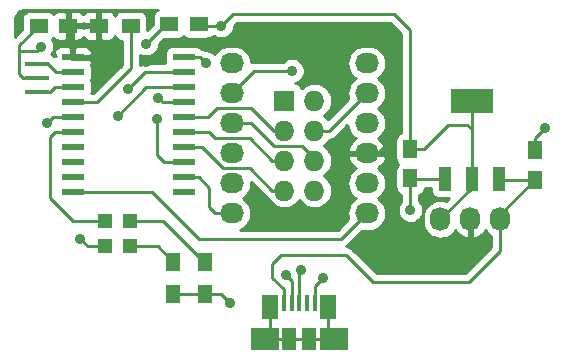
<source format=gtl>
G04 #@! TF.FileFunction,Copper,L1,Top,Signal*
%FSLAX46Y46*%
G04 Gerber Fmt 4.6, Leading zero omitted, Abs format (unit mm)*
G04 Created by KiCad (PCBNEW (2015-04-22 BZR 5620)-product) date 28/04/2015 22:04:39*
%MOMM*%
G01*
G04 APERTURE LIST*
%ADD10C,0.100000*%
%ADD11O,2.032000X1.727200*%
%ADD12R,1.250000X1.500000*%
%ADD13R,1.500000X1.250000*%
%ADD14R,1.198880X1.198880*%
%ADD15O,1.727200X2.032000*%
%ADD16R,1.500000X1.300000*%
%ADD17R,1.300000X1.500000*%
%ADD18R,3.657600X2.032000*%
%ADD19R,1.016000X2.032000*%
%ADD20R,1.950000X0.600000*%
%ADD21R,2.100000X0.400000*%
%ADD22R,1.727200X1.727200*%
%ADD23O,1.727200X1.727200*%
%ADD24R,1.175000X1.900000*%
%ADD25R,2.375000X1.900000*%
%ADD26R,1.475000X2.100000*%
%ADD27R,0.400000X1.380000*%
%ADD28C,0.889000*%
%ADD29C,0.254000*%
G04 APERTURE END LIST*
D10*
D11*
X202565000Y-103632000D03*
X202565000Y-106172000D03*
X202565000Y-108712000D03*
X202565000Y-111252000D03*
X202565000Y-113792000D03*
X202565000Y-116332000D03*
X213995000Y-103632000D03*
X213995000Y-106172000D03*
X213995000Y-108712000D03*
X213995000Y-111252000D03*
X213995000Y-113792000D03*
X213995000Y-116332000D03*
D12*
X228219000Y-113518000D03*
X228219000Y-111018000D03*
X217678000Y-110891000D03*
X217678000Y-113391000D03*
D13*
X186202000Y-100457000D03*
X188702000Y-100457000D03*
X199751000Y-100330000D03*
X197251000Y-100330000D03*
D14*
X191863980Y-119126000D03*
X193962020Y-119126000D03*
X191863980Y-116967000D03*
X193962020Y-116967000D03*
D15*
X225298000Y-116840000D03*
X222758000Y-116840000D03*
X220218000Y-116840000D03*
D16*
X191309000Y-100457000D03*
X194009000Y-100457000D03*
D17*
X197612000Y-120443000D03*
X197612000Y-123143000D03*
X200279000Y-120443000D03*
X200279000Y-123143000D03*
D18*
X222885000Y-106807000D03*
D19*
X222885000Y-113411000D03*
X225171000Y-113411000D03*
X220599000Y-113411000D03*
D20*
X198501000Y-103124000D03*
X198501000Y-104394000D03*
X198501000Y-105664000D03*
X198501000Y-106934000D03*
X198501000Y-108204000D03*
X198501000Y-109474000D03*
X198501000Y-110744000D03*
X198501000Y-112014000D03*
X198502000Y-113284000D03*
X198502000Y-114554000D03*
X189102000Y-114554000D03*
X189102000Y-113284000D03*
X189102000Y-112014000D03*
X189102000Y-110744000D03*
X189102000Y-109474000D03*
X189102000Y-108204000D03*
X189102000Y-106934000D03*
X189102000Y-105664000D03*
X189102000Y-104394000D03*
X189102000Y-103124000D03*
D21*
X186055000Y-106102000D03*
X186055000Y-104902000D03*
X186055000Y-103702000D03*
D22*
X207010000Y-106807000D03*
D23*
X209550000Y-106807000D03*
X207010000Y-109347000D03*
X209550000Y-109347000D03*
X207010000Y-111887000D03*
X209550000Y-111887000D03*
X207010000Y-114427000D03*
X209550000Y-114427000D03*
D24*
X207442500Y-127000000D03*
X209117500Y-127000000D03*
D25*
X211192500Y-127000000D03*
X205367500Y-127000000D03*
D26*
X205817500Y-124275000D03*
D27*
X206980000Y-123960000D03*
X207630000Y-123960000D03*
X208280000Y-123960000D03*
X208930000Y-123960000D03*
X209580000Y-123960000D03*
D26*
X210742500Y-124275000D03*
D28*
X195326000Y-101981000D03*
X217678000Y-116078000D03*
X229108000Y-109093000D03*
X202438000Y-123952000D03*
X210312000Y-121793000D03*
X186436000Y-102235000D03*
X200342500Y-103632000D03*
X192913000Y-103505000D03*
X195326000Y-103505000D03*
X201676000Y-100457000D03*
X196342000Y-106553000D03*
X189738000Y-118491000D03*
X186944000Y-108712000D03*
X207645000Y-104267000D03*
X196215000Y-108331000D03*
X193802000Y-105791000D03*
X208407000Y-121158000D03*
X192913000Y-108077000D03*
X207137000Y-121539000D03*
D29*
X197251000Y-100330000D02*
X196977000Y-100330000D01*
X196977000Y-100330000D02*
X195326000Y-101981000D01*
X220599000Y-113411000D02*
X217698000Y-113411000D01*
X217698000Y-113411000D02*
X217678000Y-113431000D01*
X217678000Y-113431000D02*
X217678000Y-116078000D01*
X228219000Y-111018000D02*
X228219000Y-109982000D01*
X228219000Y-109982000D02*
X229108000Y-109093000D01*
X197612000Y-123143000D02*
X200279000Y-123143000D01*
X200279000Y-123143000D02*
X201629000Y-123143000D01*
X201629000Y-123143000D02*
X202438000Y-123952000D01*
X209580000Y-123960000D02*
X209580000Y-122525000D01*
X209580000Y-122525000D02*
X210312000Y-121793000D01*
X184531000Y-102616000D02*
X186055000Y-102616000D01*
X186055000Y-102616000D02*
X186436000Y-102235000D01*
X186055000Y-104902000D02*
X184912000Y-104902000D01*
X184531000Y-102128000D02*
X186202000Y-100457000D01*
X184531000Y-104521000D02*
X184531000Y-102616000D01*
X184531000Y-102616000D02*
X184531000Y-102128000D01*
X184912000Y-104902000D02*
X184531000Y-104521000D01*
X186202000Y-100457000D02*
X186202000Y-100691000D01*
X199834500Y-103124000D02*
X200342500Y-103632000D01*
X198501000Y-103124000D02*
X199834500Y-103124000D01*
X188702000Y-100457000D02*
X191309000Y-100457000D01*
X188702000Y-100457000D02*
X189102000Y-100857000D01*
X189102000Y-100857000D02*
X189102000Y-103124000D01*
X191309000Y-101901000D02*
X191309000Y-100457000D01*
X192913000Y-103505000D02*
X191309000Y-101901000D01*
X196723000Y-102108000D02*
X195326000Y-103505000D01*
X199898000Y-102108000D02*
X196723000Y-102108000D01*
X200533000Y-101473000D02*
X199898000Y-102108000D01*
X215138000Y-101473000D02*
X200533000Y-101473000D01*
X215646000Y-101981000D02*
X215138000Y-101473000D01*
X215646000Y-110553500D02*
X215646000Y-101981000D01*
X214947500Y-111252000D02*
X215646000Y-110553500D01*
X213995000Y-111252000D02*
X214947500Y-111252000D01*
X206980000Y-123960000D02*
X206980000Y-122779000D01*
X225298000Y-119507000D02*
X225298000Y-116840000D01*
X222631000Y-122174000D02*
X225298000Y-119507000D01*
X214503000Y-122174000D02*
X222631000Y-122174000D01*
X212217000Y-119888000D02*
X214503000Y-122174000D01*
X206756000Y-119888000D02*
X212217000Y-119888000D01*
X205994000Y-120650000D02*
X206756000Y-119888000D01*
X205994000Y-121793000D02*
X205994000Y-120650000D01*
X206980000Y-122779000D02*
X205994000Y-121793000D01*
X228219000Y-113518000D02*
X225278000Y-113518000D01*
X225278000Y-113518000D02*
X225171000Y-113411000D01*
X225298000Y-116439000D02*
X228219000Y-113518000D01*
X201676000Y-100457000D02*
X202692000Y-99441000D01*
X217678000Y-100838000D02*
X217678000Y-102489000D01*
X216281000Y-99441000D02*
X217678000Y-100838000D01*
X202692000Y-99441000D02*
X216281000Y-99441000D01*
X199878000Y-100457000D02*
X199751000Y-100330000D01*
X198501000Y-106934000D02*
X196723000Y-106934000D01*
X217678000Y-102489000D02*
X217678000Y-110891000D01*
X196723000Y-106934000D02*
X196342000Y-106553000D01*
X222885000Y-113411000D02*
X222885000Y-114173000D01*
X222885000Y-114173000D02*
X220218000Y-116840000D01*
X217678000Y-110891000D02*
X218801000Y-110891000D01*
X222885000Y-109220000D02*
X222885000Y-113411000D01*
X222504000Y-108839000D02*
X222885000Y-109220000D01*
X220853000Y-108839000D02*
X222504000Y-108839000D01*
X218801000Y-110891000D02*
X220853000Y-108839000D01*
X222885000Y-106807000D02*
X222885000Y-109220000D01*
X201676000Y-100457000D02*
X199878000Y-100457000D01*
X191863980Y-119126000D02*
X190373000Y-119126000D01*
X190373000Y-119126000D02*
X189738000Y-118491000D01*
X187452000Y-108204000D02*
X189102000Y-108204000D01*
X186944000Y-108712000D02*
X187452000Y-108204000D01*
X197612000Y-120443000D02*
X196295000Y-119126000D01*
X196295000Y-119126000D02*
X193962020Y-119126000D01*
X191863980Y-116967000D02*
X189103000Y-116967000D01*
X187579000Y-109474000D02*
X189102000Y-109474000D01*
X187198000Y-109855000D02*
X187579000Y-109474000D01*
X187198000Y-115062000D02*
X187198000Y-109855000D01*
X189103000Y-116967000D02*
X187198000Y-115062000D01*
X200279000Y-120443000D02*
X200199000Y-120443000D01*
X200199000Y-120443000D02*
X196723000Y-116967000D01*
X196723000Y-116967000D02*
X193962020Y-116967000D01*
X207645000Y-104267000D02*
X205994000Y-104267000D01*
X205994000Y-104267000D02*
X204470000Y-104267000D01*
X204470000Y-104267000D02*
X202565000Y-106172000D01*
X209550000Y-111887000D02*
X209550000Y-111633000D01*
X209550000Y-111633000D02*
X208534000Y-110617000D01*
X208534000Y-110617000D02*
X206121000Y-110617000D01*
X206121000Y-110617000D02*
X204216000Y-108712000D01*
X204216000Y-108712000D02*
X202565000Y-108712000D01*
X198502000Y-113284000D02*
X199771000Y-113284000D01*
X201168000Y-116332000D02*
X202565000Y-116332000D01*
X200660000Y-115824000D02*
X201168000Y-116332000D01*
X200660000Y-114173000D02*
X200660000Y-115824000D01*
X199771000Y-113284000D02*
X200660000Y-114173000D01*
X209550000Y-109347000D02*
X210820000Y-109347000D01*
X210820000Y-109347000D02*
X213995000Y-106172000D01*
X189102000Y-114554000D02*
X195834000Y-114554000D01*
X211836000Y-118491000D02*
X213995000Y-116332000D01*
X199771000Y-118491000D02*
X211836000Y-118491000D01*
X195834000Y-114554000D02*
X199771000Y-118491000D01*
X198501000Y-112014000D02*
X196850000Y-112014000D01*
X196215000Y-111379000D02*
X196215000Y-108331000D01*
X196850000Y-112014000D02*
X196215000Y-111379000D01*
X207010000Y-109347000D02*
X206121000Y-109347000D01*
X200533000Y-108204000D02*
X198501000Y-108204000D01*
X201295000Y-107442000D02*
X200533000Y-108204000D01*
X204216000Y-107442000D02*
X201295000Y-107442000D01*
X206121000Y-109347000D02*
X204216000Y-107442000D01*
X207010000Y-111887000D02*
X205994000Y-111887000D01*
X200660000Y-109474000D02*
X198501000Y-109474000D01*
X201168000Y-109982000D02*
X200660000Y-109474000D01*
X204089000Y-109982000D02*
X201168000Y-109982000D01*
X205994000Y-111887000D02*
X204089000Y-109982000D01*
X207010000Y-114427000D02*
X205994000Y-114427000D01*
X200025000Y-110744000D02*
X198501000Y-110744000D01*
X201803000Y-112522000D02*
X200025000Y-110744000D01*
X204089000Y-112522000D02*
X201803000Y-112522000D01*
X205994000Y-114427000D02*
X204089000Y-112522000D01*
X194009000Y-100457000D02*
X194009000Y-104060000D01*
X191135000Y-106934000D02*
X189102000Y-106934000D01*
X194009000Y-104060000D02*
X191135000Y-106934000D01*
X208280000Y-123960000D02*
X208280000Y-121285000D01*
X195199000Y-104394000D02*
X198501000Y-104394000D01*
X193802000Y-105791000D02*
X195199000Y-104394000D01*
X208280000Y-121285000D02*
X208407000Y-121158000D01*
X207630000Y-123960000D02*
X207630000Y-122032000D01*
X195326000Y-105664000D02*
X198501000Y-105664000D01*
X192913000Y-108077000D02*
X195326000Y-105664000D01*
X207630000Y-122032000D02*
X207137000Y-121539000D01*
X186055000Y-106102000D02*
X187141000Y-106102000D01*
X187579000Y-105664000D02*
X189102000Y-105664000D01*
X187141000Y-106102000D02*
X187579000Y-105664000D01*
X186055000Y-103702000D02*
X187014000Y-103702000D01*
X187014000Y-103702000D02*
X187706000Y-104394000D01*
X187706000Y-104394000D02*
X189102000Y-104394000D01*
X207442500Y-127000000D02*
X205367500Y-127000000D01*
X209117500Y-127000000D02*
X207442500Y-127000000D01*
X205817500Y-124275000D02*
X205817500Y-126550000D01*
X205817500Y-126550000D02*
X206267500Y-127000000D01*
X209117500Y-127000000D02*
X211192500Y-127000000D01*
X211192500Y-127000000D02*
X210742500Y-126550000D01*
X210742500Y-126550000D02*
X210742500Y-124275000D01*
G36*
X196286995Y-99110000D02*
X196226959Y-99128773D01*
X196077566Y-99227674D01*
X195961558Y-99364208D01*
X195888081Y-99527611D01*
X195862928Y-99705000D01*
X195862928Y-100366441D01*
X195397072Y-100832297D01*
X195397072Y-99807000D01*
X195388697Y-99703957D01*
X195335227Y-99532959D01*
X195236326Y-99383566D01*
X195099792Y-99267558D01*
X194936389Y-99194081D01*
X194759000Y-99168928D01*
X193259000Y-99168928D01*
X193155957Y-99177303D01*
X192984959Y-99230773D01*
X192835566Y-99329674D01*
X192719558Y-99466208D01*
X192660010Y-99598633D01*
X192621730Y-99506215D01*
X192552237Y-99402211D01*
X192463789Y-99313763D01*
X192359785Y-99244270D01*
X192244223Y-99196403D01*
X192121542Y-99172000D01*
X191594750Y-99172000D01*
X191436000Y-99330750D01*
X191436000Y-100330000D01*
X191456000Y-100330000D01*
X191456000Y-100584000D01*
X191436000Y-100584000D01*
X191436000Y-101583250D01*
X191594750Y-101742000D01*
X192121542Y-101742000D01*
X192244223Y-101717597D01*
X192359785Y-101669730D01*
X192463789Y-101600237D01*
X192552237Y-101511789D01*
X192621730Y-101407785D01*
X192661279Y-101312303D01*
X192682773Y-101381041D01*
X192781674Y-101530434D01*
X192918208Y-101646442D01*
X193081611Y-101719919D01*
X193247000Y-101743370D01*
X193247000Y-103744369D01*
X191182000Y-105809369D01*
X191182000Y-101583250D01*
X191182000Y-100584000D01*
X191182000Y-100330000D01*
X191182000Y-99330750D01*
X191023250Y-99172000D01*
X190496458Y-99172000D01*
X190373777Y-99196403D01*
X190258215Y-99244270D01*
X190154211Y-99313763D01*
X190065763Y-99402211D01*
X189997147Y-99504901D01*
X189945237Y-99427211D01*
X189856789Y-99338763D01*
X189752785Y-99269270D01*
X189637223Y-99221403D01*
X189514542Y-99197000D01*
X188987750Y-99197000D01*
X188829000Y-99355750D01*
X188829000Y-100330000D01*
X189928250Y-100330000D01*
X190005500Y-100252750D01*
X190082750Y-100330000D01*
X191182000Y-100330000D01*
X191182000Y-100584000D01*
X190082750Y-100584000D01*
X190005500Y-100661250D01*
X189928250Y-100584000D01*
X188829000Y-100584000D01*
X188829000Y-101558250D01*
X188987750Y-101717000D01*
X189514542Y-101717000D01*
X189637223Y-101692597D01*
X189752785Y-101644730D01*
X189856789Y-101575237D01*
X189945237Y-101486789D01*
X189997147Y-101409098D01*
X190065763Y-101511789D01*
X190154211Y-101600237D01*
X190258215Y-101669730D01*
X190373777Y-101717597D01*
X190496458Y-101742000D01*
X191023250Y-101742000D01*
X191182000Y-101583250D01*
X191182000Y-105809369D01*
X190819369Y-106172000D01*
X190676154Y-106172000D01*
X190689919Y-106141389D01*
X190715072Y-105964000D01*
X190715072Y-105364000D01*
X190706697Y-105260957D01*
X190653227Y-105089959D01*
X190616548Y-105034555D01*
X190689919Y-104871389D01*
X190715072Y-104694000D01*
X190715072Y-104094000D01*
X190706697Y-103990957D01*
X190653227Y-103819959D01*
X190614860Y-103762005D01*
X190639730Y-103724785D01*
X190687597Y-103609223D01*
X190712000Y-103486542D01*
X190712000Y-103409750D01*
X190712000Y-102838250D01*
X190712000Y-102761458D01*
X190687597Y-102638777D01*
X190639730Y-102523215D01*
X190570237Y-102419211D01*
X190481789Y-102330763D01*
X190377785Y-102261270D01*
X190262223Y-102213403D01*
X190139542Y-102189000D01*
X190014458Y-102189000D01*
X189387750Y-102189000D01*
X189229000Y-102347750D01*
X189229000Y-102997000D01*
X190553250Y-102997000D01*
X190712000Y-102838250D01*
X190712000Y-103409750D01*
X190553250Y-103251000D01*
X189229000Y-103251000D01*
X189229000Y-103271000D01*
X188975000Y-103271000D01*
X188975000Y-103251000D01*
X188955000Y-103251000D01*
X188955000Y-102997000D01*
X188975000Y-102997000D01*
X188975000Y-102347750D01*
X188816250Y-102189000D01*
X188189542Y-102189000D01*
X188064458Y-102189000D01*
X187941777Y-102213403D01*
X187826215Y-102261270D01*
X187722211Y-102330763D01*
X187633763Y-102419211D01*
X187564270Y-102523215D01*
X187516403Y-102638777D01*
X187492000Y-102761458D01*
X187492000Y-102838250D01*
X187650748Y-102996998D01*
X187492000Y-102996998D01*
X187492000Y-103001819D01*
X187445792Y-102962558D01*
X187292506Y-102893630D01*
X187379161Y-102770790D01*
X187465268Y-102577392D01*
X187512170Y-102370952D01*
X187515546Y-102129150D01*
X187474426Y-101921481D01*
X187393754Y-101725753D01*
X187311361Y-101601743D01*
X187375434Y-101559326D01*
X187449211Y-101472494D01*
X187458763Y-101486789D01*
X187547211Y-101575237D01*
X187651215Y-101644730D01*
X187766777Y-101692597D01*
X187889458Y-101717000D01*
X188416250Y-101717000D01*
X188575000Y-101558250D01*
X188575000Y-100584000D01*
X188555000Y-100584000D01*
X188555000Y-100330000D01*
X188575000Y-100330000D01*
X188575000Y-99355750D01*
X188416250Y-99197000D01*
X187889458Y-99197000D01*
X187766777Y-99221403D01*
X187651215Y-99269270D01*
X187547211Y-99338763D01*
X187458763Y-99427211D01*
X187450176Y-99440061D01*
X187429326Y-99408566D01*
X187292792Y-99292558D01*
X187129389Y-99219081D01*
X186952000Y-99193928D01*
X185452000Y-99193928D01*
X185348957Y-99202303D01*
X185177959Y-99255773D01*
X185028566Y-99354674D01*
X184912558Y-99491208D01*
X184839081Y-99654611D01*
X184813928Y-99832000D01*
X184813928Y-100767442D01*
X184200000Y-101381370D01*
X184200000Y-99958503D01*
X184218743Y-99767336D01*
X184264532Y-99615678D01*
X184338904Y-99475804D01*
X184439030Y-99353038D01*
X184561093Y-99252059D01*
X184700449Y-99176709D01*
X184851780Y-99129864D01*
X185040782Y-99110000D01*
X196286995Y-99110000D01*
X196286995Y-99110000D01*
G37*
X196286995Y-99110000D02*
X196226959Y-99128773D01*
X196077566Y-99227674D01*
X195961558Y-99364208D01*
X195888081Y-99527611D01*
X195862928Y-99705000D01*
X195862928Y-100366441D01*
X195397072Y-100832297D01*
X195397072Y-99807000D01*
X195388697Y-99703957D01*
X195335227Y-99532959D01*
X195236326Y-99383566D01*
X195099792Y-99267558D01*
X194936389Y-99194081D01*
X194759000Y-99168928D01*
X193259000Y-99168928D01*
X193155957Y-99177303D01*
X192984959Y-99230773D01*
X192835566Y-99329674D01*
X192719558Y-99466208D01*
X192660010Y-99598633D01*
X192621730Y-99506215D01*
X192552237Y-99402211D01*
X192463789Y-99313763D01*
X192359785Y-99244270D01*
X192244223Y-99196403D01*
X192121542Y-99172000D01*
X191594750Y-99172000D01*
X191436000Y-99330750D01*
X191436000Y-100330000D01*
X191456000Y-100330000D01*
X191456000Y-100584000D01*
X191436000Y-100584000D01*
X191436000Y-101583250D01*
X191594750Y-101742000D01*
X192121542Y-101742000D01*
X192244223Y-101717597D01*
X192359785Y-101669730D01*
X192463789Y-101600237D01*
X192552237Y-101511789D01*
X192621730Y-101407785D01*
X192661279Y-101312303D01*
X192682773Y-101381041D01*
X192781674Y-101530434D01*
X192918208Y-101646442D01*
X193081611Y-101719919D01*
X193247000Y-101743370D01*
X193247000Y-103744369D01*
X191182000Y-105809369D01*
X191182000Y-101583250D01*
X191182000Y-100584000D01*
X191182000Y-100330000D01*
X191182000Y-99330750D01*
X191023250Y-99172000D01*
X190496458Y-99172000D01*
X190373777Y-99196403D01*
X190258215Y-99244270D01*
X190154211Y-99313763D01*
X190065763Y-99402211D01*
X189997147Y-99504901D01*
X189945237Y-99427211D01*
X189856789Y-99338763D01*
X189752785Y-99269270D01*
X189637223Y-99221403D01*
X189514542Y-99197000D01*
X188987750Y-99197000D01*
X188829000Y-99355750D01*
X188829000Y-100330000D01*
X189928250Y-100330000D01*
X190005500Y-100252750D01*
X190082750Y-100330000D01*
X191182000Y-100330000D01*
X191182000Y-100584000D01*
X190082750Y-100584000D01*
X190005500Y-100661250D01*
X189928250Y-100584000D01*
X188829000Y-100584000D01*
X188829000Y-101558250D01*
X188987750Y-101717000D01*
X189514542Y-101717000D01*
X189637223Y-101692597D01*
X189752785Y-101644730D01*
X189856789Y-101575237D01*
X189945237Y-101486789D01*
X189997147Y-101409098D01*
X190065763Y-101511789D01*
X190154211Y-101600237D01*
X190258215Y-101669730D01*
X190373777Y-101717597D01*
X190496458Y-101742000D01*
X191023250Y-101742000D01*
X191182000Y-101583250D01*
X191182000Y-105809369D01*
X190819369Y-106172000D01*
X190676154Y-106172000D01*
X190689919Y-106141389D01*
X190715072Y-105964000D01*
X190715072Y-105364000D01*
X190706697Y-105260957D01*
X190653227Y-105089959D01*
X190616548Y-105034555D01*
X190689919Y-104871389D01*
X190715072Y-104694000D01*
X190715072Y-104094000D01*
X190706697Y-103990957D01*
X190653227Y-103819959D01*
X190614860Y-103762005D01*
X190639730Y-103724785D01*
X190687597Y-103609223D01*
X190712000Y-103486542D01*
X190712000Y-103409750D01*
X190712000Y-102838250D01*
X190712000Y-102761458D01*
X190687597Y-102638777D01*
X190639730Y-102523215D01*
X190570237Y-102419211D01*
X190481789Y-102330763D01*
X190377785Y-102261270D01*
X190262223Y-102213403D01*
X190139542Y-102189000D01*
X190014458Y-102189000D01*
X189387750Y-102189000D01*
X189229000Y-102347750D01*
X189229000Y-102997000D01*
X190553250Y-102997000D01*
X190712000Y-102838250D01*
X190712000Y-103409750D01*
X190553250Y-103251000D01*
X189229000Y-103251000D01*
X189229000Y-103271000D01*
X188975000Y-103271000D01*
X188975000Y-103251000D01*
X188955000Y-103251000D01*
X188955000Y-102997000D01*
X188975000Y-102997000D01*
X188975000Y-102347750D01*
X188816250Y-102189000D01*
X188189542Y-102189000D01*
X188064458Y-102189000D01*
X187941777Y-102213403D01*
X187826215Y-102261270D01*
X187722211Y-102330763D01*
X187633763Y-102419211D01*
X187564270Y-102523215D01*
X187516403Y-102638777D01*
X187492000Y-102761458D01*
X187492000Y-102838250D01*
X187650748Y-102996998D01*
X187492000Y-102996998D01*
X187492000Y-103001819D01*
X187445792Y-102962558D01*
X187292506Y-102893630D01*
X187379161Y-102770790D01*
X187465268Y-102577392D01*
X187512170Y-102370952D01*
X187515546Y-102129150D01*
X187474426Y-101921481D01*
X187393754Y-101725753D01*
X187311361Y-101601743D01*
X187375434Y-101559326D01*
X187449211Y-101472494D01*
X187458763Y-101486789D01*
X187547211Y-101575237D01*
X187651215Y-101644730D01*
X187766777Y-101692597D01*
X187889458Y-101717000D01*
X188416250Y-101717000D01*
X188575000Y-101558250D01*
X188575000Y-100584000D01*
X188555000Y-100584000D01*
X188555000Y-100330000D01*
X188575000Y-100330000D01*
X188575000Y-99355750D01*
X188416250Y-99197000D01*
X187889458Y-99197000D01*
X187766777Y-99221403D01*
X187651215Y-99269270D01*
X187547211Y-99338763D01*
X187458763Y-99427211D01*
X187450176Y-99440061D01*
X187429326Y-99408566D01*
X187292792Y-99292558D01*
X187129389Y-99219081D01*
X186952000Y-99193928D01*
X185452000Y-99193928D01*
X185348957Y-99202303D01*
X185177959Y-99255773D01*
X185028566Y-99354674D01*
X184912558Y-99491208D01*
X184839081Y-99654611D01*
X184813928Y-99832000D01*
X184813928Y-100767442D01*
X184200000Y-101381370D01*
X184200000Y-99958503D01*
X184218743Y-99767336D01*
X184264532Y-99615678D01*
X184338904Y-99475804D01*
X184439030Y-99353038D01*
X184561093Y-99252059D01*
X184700449Y-99176709D01*
X184851780Y-99129864D01*
X185040782Y-99110000D01*
X196286995Y-99110000D01*
G36*
X224536000Y-119191369D02*
X222315369Y-121412000D01*
X214818630Y-121412000D01*
X212755815Y-119349185D01*
X212701400Y-119304487D01*
X212647505Y-119259264D01*
X212643997Y-119257335D01*
X212640897Y-119254789D01*
X212578831Y-119221510D01*
X212517184Y-119187619D01*
X212513363Y-119186407D01*
X212509833Y-119184514D01*
X212442535Y-119163939D01*
X212375429Y-119142652D01*
X212371445Y-119142205D01*
X212367615Y-119141034D01*
X212297627Y-119133924D01*
X212252519Y-119128864D01*
X212254144Y-119127568D01*
X212257684Y-119125686D01*
X212312230Y-119081199D01*
X212367240Y-119037286D01*
X212372814Y-119031787D01*
X212372931Y-119031693D01*
X212373020Y-119031585D01*
X212374815Y-119029815D01*
X213598332Y-117806297D01*
X213813688Y-117830454D01*
X213834612Y-117830600D01*
X214155388Y-117830600D01*
X214446468Y-117802059D01*
X214726460Y-117717525D01*
X214984701Y-117580216D01*
X215211353Y-117395363D01*
X215397784Y-117170006D01*
X215536892Y-116912731D01*
X215623379Y-116633335D01*
X215653951Y-116342462D01*
X215627444Y-116051190D01*
X215544866Y-115770615D01*
X215409363Y-115511422D01*
X215226097Y-115283485D01*
X215002048Y-115095485D01*
X214942413Y-115062700D01*
X214984701Y-115040216D01*
X215211353Y-114855363D01*
X215397784Y-114630006D01*
X215536892Y-114372731D01*
X215623379Y-114093335D01*
X215653951Y-113802462D01*
X215627444Y-113511190D01*
X215544866Y-113230615D01*
X215409363Y-112971422D01*
X215226097Y-112743485D01*
X215002048Y-112555485D01*
X214940127Y-112521444D01*
X215146729Y-112370486D01*
X215345733Y-112154035D01*
X215498686Y-111902919D01*
X215599709Y-111626789D01*
X215602358Y-111611026D01*
X215481217Y-111379000D01*
X214122000Y-111379000D01*
X214122000Y-111399000D01*
X213868000Y-111399000D01*
X213868000Y-111379000D01*
X212508783Y-111379000D01*
X212387642Y-111611026D01*
X212390291Y-111626789D01*
X212491314Y-111902919D01*
X212644267Y-112154035D01*
X212843271Y-112370486D01*
X213048794Y-112520656D01*
X213005299Y-112543784D01*
X212778647Y-112728637D01*
X212592216Y-112953994D01*
X212453108Y-113211269D01*
X212366621Y-113490665D01*
X212336049Y-113781538D01*
X212362556Y-114072810D01*
X212445134Y-114353385D01*
X212580637Y-114612578D01*
X212763903Y-114840515D01*
X212987952Y-115028515D01*
X213047586Y-115061299D01*
X213005299Y-115083784D01*
X212778647Y-115268637D01*
X212592216Y-115493994D01*
X212453108Y-115751269D01*
X212366621Y-116030665D01*
X212336049Y-116321538D01*
X212362556Y-116612810D01*
X212424862Y-116824507D01*
X211520370Y-117729000D01*
X203258452Y-117729000D01*
X203296460Y-117717525D01*
X203554701Y-117580216D01*
X203781353Y-117395363D01*
X203967784Y-117170006D01*
X204106892Y-116912731D01*
X204193379Y-116633335D01*
X204223951Y-116342462D01*
X204197444Y-116051190D01*
X204114866Y-115770615D01*
X203979363Y-115511422D01*
X203796097Y-115283485D01*
X203572048Y-115095485D01*
X203512413Y-115062700D01*
X203554701Y-115040216D01*
X203781353Y-114855363D01*
X203967784Y-114630006D01*
X204106892Y-114372731D01*
X204193379Y-114093335D01*
X204223951Y-113802462D01*
X204217155Y-113727785D01*
X205455185Y-114965815D01*
X205509599Y-115010512D01*
X205563495Y-115055736D01*
X205567002Y-115057664D01*
X205570103Y-115060211D01*
X205632203Y-115093509D01*
X205682758Y-115121302D01*
X205748774Y-115247578D01*
X205932040Y-115475515D01*
X206156089Y-115663515D01*
X206412388Y-115804416D01*
X206691173Y-115892852D01*
X206981825Y-115925454D01*
X207002749Y-115925600D01*
X207017251Y-115925600D01*
X207308331Y-115897059D01*
X207588323Y-115812525D01*
X207846564Y-115675216D01*
X208073216Y-115490363D01*
X208259647Y-115265006D01*
X208279088Y-115229050D01*
X208288774Y-115247578D01*
X208472040Y-115475515D01*
X208696089Y-115663515D01*
X208952388Y-115804416D01*
X209231173Y-115892852D01*
X209521825Y-115925454D01*
X209542749Y-115925600D01*
X209557251Y-115925600D01*
X209848331Y-115897059D01*
X210128323Y-115812525D01*
X210386564Y-115675216D01*
X210613216Y-115490363D01*
X210799647Y-115265006D01*
X210938755Y-115007731D01*
X211025242Y-114728335D01*
X211055814Y-114437462D01*
X211029307Y-114146190D01*
X210946729Y-113865615D01*
X210811226Y-113606422D01*
X210627960Y-113378485D01*
X210403911Y-113190485D01*
X210344276Y-113157700D01*
X210386564Y-113135216D01*
X210613216Y-112950363D01*
X210799647Y-112725006D01*
X210938755Y-112467731D01*
X211025242Y-112188335D01*
X211055814Y-111897462D01*
X211029307Y-111606190D01*
X210946729Y-111325615D01*
X210811226Y-111066422D01*
X210627960Y-110838485D01*
X210403911Y-110650485D01*
X210344276Y-110617700D01*
X210386564Y-110595216D01*
X210613216Y-110410363D01*
X210799647Y-110185006D01*
X210841904Y-110106852D01*
X210890113Y-110102125D01*
X210960170Y-110095996D01*
X210964012Y-110094879D01*
X210968007Y-110094488D01*
X211035459Y-110074122D01*
X211102982Y-110054506D01*
X211106537Y-110052662D01*
X211110376Y-110051504D01*
X211172553Y-110018443D01*
X211235014Y-109986067D01*
X211238144Y-109983568D01*
X211241684Y-109981686D01*
X211296230Y-109937199D01*
X211351240Y-109893286D01*
X211356814Y-109887787D01*
X211356931Y-109887693D01*
X211357020Y-109887585D01*
X211358815Y-109885815D01*
X212353319Y-108891310D01*
X212362556Y-108992810D01*
X212445134Y-109273385D01*
X212580637Y-109532578D01*
X212763903Y-109760515D01*
X212987952Y-109948515D01*
X213049872Y-109982555D01*
X212843271Y-110133514D01*
X212644267Y-110349965D01*
X212491314Y-110601081D01*
X212390291Y-110877211D01*
X212387642Y-110892974D01*
X212508783Y-111125000D01*
X213868000Y-111125000D01*
X213868000Y-111105000D01*
X214122000Y-111105000D01*
X214122000Y-111125000D01*
X215481217Y-111125000D01*
X215602358Y-110892974D01*
X215599709Y-110877211D01*
X215498686Y-110601081D01*
X215345733Y-110349965D01*
X215146729Y-110133514D01*
X214941205Y-109983343D01*
X214984701Y-109960216D01*
X215211353Y-109775363D01*
X215397784Y-109550006D01*
X215536892Y-109292731D01*
X215623379Y-109013335D01*
X215653951Y-108722462D01*
X215627444Y-108431190D01*
X215544866Y-108150615D01*
X215409363Y-107891422D01*
X215226097Y-107663485D01*
X215002048Y-107475485D01*
X214942413Y-107442700D01*
X214984701Y-107420216D01*
X215211353Y-107235363D01*
X215397784Y-107010006D01*
X215536892Y-106752731D01*
X215623379Y-106473335D01*
X215653951Y-106182462D01*
X215627444Y-105891190D01*
X215544866Y-105610615D01*
X215409363Y-105351422D01*
X215226097Y-105123485D01*
X215002048Y-104935485D01*
X214942413Y-104902700D01*
X214984701Y-104880216D01*
X215211353Y-104695363D01*
X215397784Y-104470006D01*
X215536892Y-104212731D01*
X215623379Y-103933335D01*
X215653951Y-103642462D01*
X215627444Y-103351190D01*
X215544866Y-103070615D01*
X215409363Y-102811422D01*
X215226097Y-102583485D01*
X215002048Y-102395485D01*
X214745749Y-102254584D01*
X214466964Y-102166148D01*
X214176312Y-102133546D01*
X214155388Y-102133400D01*
X213834612Y-102133400D01*
X213543532Y-102161941D01*
X213263540Y-102246475D01*
X213005299Y-102383784D01*
X212778647Y-102568637D01*
X212592216Y-102793994D01*
X212453108Y-103051269D01*
X212366621Y-103330665D01*
X212336049Y-103621538D01*
X212362556Y-103912810D01*
X212445134Y-104193385D01*
X212580637Y-104452578D01*
X212763903Y-104680515D01*
X212987952Y-104868515D01*
X213047586Y-104901299D01*
X213005299Y-104923784D01*
X212778647Y-105108637D01*
X212592216Y-105333994D01*
X212453108Y-105591269D01*
X212366621Y-105870665D01*
X212336049Y-106161538D01*
X212362556Y-106452810D01*
X212424862Y-106664507D01*
X210700572Y-108388797D01*
X210627960Y-108298485D01*
X210403911Y-108110485D01*
X210344276Y-108077700D01*
X210386564Y-108055216D01*
X210613216Y-107870363D01*
X210799647Y-107645006D01*
X210938755Y-107387731D01*
X211025242Y-107108335D01*
X211055814Y-106817462D01*
X211029307Y-106526190D01*
X210946729Y-106245615D01*
X210811226Y-105986422D01*
X210627960Y-105758485D01*
X210403911Y-105570485D01*
X210147612Y-105429584D01*
X209868827Y-105341148D01*
X209578175Y-105308546D01*
X209557251Y-105308400D01*
X209542749Y-105308400D01*
X209251669Y-105336941D01*
X208971677Y-105421475D01*
X208713436Y-105558784D01*
X208486784Y-105743637D01*
X208476819Y-105755681D01*
X208449827Y-105669359D01*
X208350926Y-105519966D01*
X208214392Y-105403958D01*
X208050989Y-105330481D01*
X207928811Y-105313156D01*
X207936704Y-105311765D01*
X208134077Y-105235208D01*
X208312822Y-105121773D01*
X208466130Y-104975780D01*
X208588161Y-104802790D01*
X208674268Y-104609392D01*
X208721170Y-104402952D01*
X208724546Y-104161150D01*
X208683426Y-103953481D01*
X208602754Y-103757753D01*
X208485600Y-103581423D01*
X208336428Y-103431207D01*
X208160921Y-103312825D01*
X207965761Y-103230788D01*
X207758384Y-103188219D01*
X207546689Y-103186741D01*
X207338738Y-103226410D01*
X207142452Y-103305715D01*
X206965308Y-103421634D01*
X206880177Y-103505000D01*
X205994000Y-103505000D01*
X204470000Y-103505000D01*
X204399936Y-103511869D01*
X204329830Y-103518003D01*
X204325982Y-103519120D01*
X204321993Y-103519512D01*
X204254581Y-103539864D01*
X204215643Y-103551177D01*
X204197444Y-103351190D01*
X204114866Y-103070615D01*
X203979363Y-102811422D01*
X203796097Y-102583485D01*
X203572048Y-102395485D01*
X203315749Y-102254584D01*
X203036964Y-102166148D01*
X202746312Y-102133546D01*
X202725388Y-102133400D01*
X202404612Y-102133400D01*
X202113532Y-102161941D01*
X201833540Y-102246475D01*
X201575299Y-102383784D01*
X201348647Y-102568637D01*
X201162216Y-102793994D01*
X201116215Y-102879070D01*
X201033928Y-102796207D01*
X200858421Y-102677825D01*
X200663261Y-102595788D01*
X200455884Y-102553219D01*
X200333358Y-102552363D01*
X200318900Y-102540487D01*
X200265005Y-102495264D01*
X200261497Y-102493335D01*
X200258397Y-102490789D01*
X200196331Y-102457510D01*
X200134684Y-102423619D01*
X200130863Y-102422407D01*
X200127333Y-102420514D01*
X200060035Y-102399939D01*
X199992929Y-102378652D01*
X199988945Y-102378205D01*
X199985115Y-102377034D01*
X199917553Y-102370171D01*
X199816792Y-102284558D01*
X199653389Y-102211081D01*
X199476000Y-102185928D01*
X197526000Y-102185928D01*
X197422957Y-102194303D01*
X197251959Y-102247773D01*
X197102566Y-102346674D01*
X196986558Y-102483208D01*
X196913081Y-102646611D01*
X196887928Y-102824000D01*
X196887928Y-103424000D01*
X196896303Y-103527043D01*
X196929122Y-103632000D01*
X195199000Y-103632000D01*
X195128894Y-103638873D01*
X195058829Y-103645004D01*
X195054985Y-103646120D01*
X195050993Y-103646512D01*
X194983552Y-103666873D01*
X194916018Y-103686494D01*
X194912462Y-103688337D01*
X194908624Y-103689496D01*
X194846467Y-103722545D01*
X194783985Y-103754933D01*
X194780852Y-103757433D01*
X194777316Y-103759314D01*
X194771000Y-103764465D01*
X194771000Y-102909942D01*
X194796807Y-102927879D01*
X194990802Y-103012633D01*
X195197564Y-103058093D01*
X195409219Y-103062526D01*
X195617704Y-103025765D01*
X195815077Y-102949208D01*
X195993822Y-102835773D01*
X196147130Y-102689780D01*
X196269161Y-102516790D01*
X196355268Y-102323392D01*
X196402170Y-102116952D01*
X196404074Y-101980555D01*
X196791558Y-101593072D01*
X198001000Y-101593072D01*
X198104043Y-101584697D01*
X198275041Y-101531227D01*
X198424434Y-101432326D01*
X198500266Y-101343076D01*
X198523674Y-101378434D01*
X198660208Y-101494442D01*
X198823611Y-101567919D01*
X199001000Y-101593072D01*
X200501000Y-101593072D01*
X200604043Y-101584697D01*
X200775041Y-101531227D01*
X200924434Y-101432326D01*
X201022193Y-101317269D01*
X201146807Y-101403879D01*
X201340802Y-101488633D01*
X201547564Y-101534093D01*
X201759219Y-101538526D01*
X201967704Y-101501765D01*
X202165077Y-101425208D01*
X202343822Y-101311773D01*
X202497130Y-101165780D01*
X202619161Y-100992790D01*
X202705268Y-100799392D01*
X202752170Y-100592952D01*
X202754074Y-100456555D01*
X203007630Y-100203000D01*
X215965369Y-100203000D01*
X216916000Y-101153630D01*
X216916000Y-102489000D01*
X216916000Y-109521921D01*
X216778959Y-109564773D01*
X216629566Y-109663674D01*
X216513558Y-109800208D01*
X216440081Y-109963611D01*
X216414928Y-110141000D01*
X216414928Y-111641000D01*
X216423303Y-111744043D01*
X216476773Y-111915041D01*
X216575674Y-112064434D01*
X216664923Y-112140266D01*
X216629566Y-112163674D01*
X216513558Y-112300208D01*
X216440081Y-112463611D01*
X216414928Y-112641000D01*
X216414928Y-114141000D01*
X216423303Y-114244043D01*
X216476773Y-114415041D01*
X216575674Y-114564434D01*
X216712208Y-114680442D01*
X216875611Y-114753919D01*
X216916000Y-114759645D01*
X216916000Y-115313236D01*
X216847054Y-115380753D01*
X216727450Y-115555431D01*
X216644052Y-115750012D01*
X216600037Y-115957087D01*
X216597081Y-116168767D01*
X216635297Y-116376990D01*
X216713230Y-116573825D01*
X216827910Y-116751773D01*
X216974969Y-116904058D01*
X217148807Y-117024879D01*
X217342802Y-117109633D01*
X217549564Y-117155093D01*
X217761219Y-117159526D01*
X217969704Y-117122765D01*
X218167077Y-117046208D01*
X218345822Y-116932773D01*
X218499130Y-116786780D01*
X218621161Y-116613790D01*
X218707268Y-116420392D01*
X218754170Y-116213952D01*
X218757546Y-115972150D01*
X218716426Y-115764481D01*
X218635754Y-115568753D01*
X218518600Y-115392423D01*
X218440000Y-115313272D01*
X218440000Y-114760078D01*
X218577041Y-114717227D01*
X218726434Y-114618326D01*
X218842442Y-114481792D01*
X218915919Y-114318389D01*
X218936534Y-114173000D01*
X219452928Y-114173000D01*
X219452928Y-114427000D01*
X219461303Y-114530043D01*
X219514773Y-114701041D01*
X219613674Y-114850434D01*
X219750208Y-114966442D01*
X219913611Y-115039919D01*
X220091000Y-115065072D01*
X220915297Y-115065072D01*
X220709792Y-115270577D01*
X220519335Y-115211621D01*
X220228462Y-115181049D01*
X219937190Y-115207556D01*
X219656615Y-115290134D01*
X219397422Y-115425637D01*
X219169485Y-115608903D01*
X218981485Y-115832952D01*
X218840584Y-116089251D01*
X218752148Y-116368036D01*
X218719546Y-116658688D01*
X218719400Y-116679612D01*
X218719400Y-117000388D01*
X218747941Y-117291468D01*
X218832475Y-117571460D01*
X218969784Y-117829701D01*
X219154637Y-118056353D01*
X219379994Y-118242784D01*
X219637269Y-118381892D01*
X219916665Y-118468379D01*
X220207538Y-118498951D01*
X220498810Y-118472444D01*
X220779385Y-118389866D01*
X221038578Y-118254363D01*
X221266515Y-118071097D01*
X221454515Y-117847048D01*
X221488555Y-117785127D01*
X221639514Y-117991729D01*
X221855965Y-118190733D01*
X222107081Y-118343686D01*
X222383211Y-118444709D01*
X222398974Y-118447358D01*
X222631000Y-118326217D01*
X222631000Y-116967000D01*
X222611000Y-116967000D01*
X222611000Y-116713000D01*
X222631000Y-116713000D01*
X222631000Y-116693000D01*
X222885000Y-116693000D01*
X222885000Y-116713000D01*
X222905000Y-116713000D01*
X222905000Y-116967000D01*
X222885000Y-116967000D01*
X222885000Y-118326217D01*
X223117026Y-118447358D01*
X223132789Y-118444709D01*
X223408919Y-118343686D01*
X223660035Y-118190733D01*
X223876486Y-117991729D01*
X224026656Y-117786205D01*
X224049784Y-117829701D01*
X224234637Y-118056353D01*
X224459994Y-118242784D01*
X224536000Y-118283880D01*
X224536000Y-119191369D01*
X224536000Y-119191369D01*
G37*
X224536000Y-119191369D02*
X222315369Y-121412000D01*
X214818630Y-121412000D01*
X212755815Y-119349185D01*
X212701400Y-119304487D01*
X212647505Y-119259264D01*
X212643997Y-119257335D01*
X212640897Y-119254789D01*
X212578831Y-119221510D01*
X212517184Y-119187619D01*
X212513363Y-119186407D01*
X212509833Y-119184514D01*
X212442535Y-119163939D01*
X212375429Y-119142652D01*
X212371445Y-119142205D01*
X212367615Y-119141034D01*
X212297627Y-119133924D01*
X212252519Y-119128864D01*
X212254144Y-119127568D01*
X212257684Y-119125686D01*
X212312230Y-119081199D01*
X212367240Y-119037286D01*
X212372814Y-119031787D01*
X212372931Y-119031693D01*
X212373020Y-119031585D01*
X212374815Y-119029815D01*
X213598332Y-117806297D01*
X213813688Y-117830454D01*
X213834612Y-117830600D01*
X214155388Y-117830600D01*
X214446468Y-117802059D01*
X214726460Y-117717525D01*
X214984701Y-117580216D01*
X215211353Y-117395363D01*
X215397784Y-117170006D01*
X215536892Y-116912731D01*
X215623379Y-116633335D01*
X215653951Y-116342462D01*
X215627444Y-116051190D01*
X215544866Y-115770615D01*
X215409363Y-115511422D01*
X215226097Y-115283485D01*
X215002048Y-115095485D01*
X214942413Y-115062700D01*
X214984701Y-115040216D01*
X215211353Y-114855363D01*
X215397784Y-114630006D01*
X215536892Y-114372731D01*
X215623379Y-114093335D01*
X215653951Y-113802462D01*
X215627444Y-113511190D01*
X215544866Y-113230615D01*
X215409363Y-112971422D01*
X215226097Y-112743485D01*
X215002048Y-112555485D01*
X214940127Y-112521444D01*
X215146729Y-112370486D01*
X215345733Y-112154035D01*
X215498686Y-111902919D01*
X215599709Y-111626789D01*
X215602358Y-111611026D01*
X215481217Y-111379000D01*
X214122000Y-111379000D01*
X214122000Y-111399000D01*
X213868000Y-111399000D01*
X213868000Y-111379000D01*
X212508783Y-111379000D01*
X212387642Y-111611026D01*
X212390291Y-111626789D01*
X212491314Y-111902919D01*
X212644267Y-112154035D01*
X212843271Y-112370486D01*
X213048794Y-112520656D01*
X213005299Y-112543784D01*
X212778647Y-112728637D01*
X212592216Y-112953994D01*
X212453108Y-113211269D01*
X212366621Y-113490665D01*
X212336049Y-113781538D01*
X212362556Y-114072810D01*
X212445134Y-114353385D01*
X212580637Y-114612578D01*
X212763903Y-114840515D01*
X212987952Y-115028515D01*
X213047586Y-115061299D01*
X213005299Y-115083784D01*
X212778647Y-115268637D01*
X212592216Y-115493994D01*
X212453108Y-115751269D01*
X212366621Y-116030665D01*
X212336049Y-116321538D01*
X212362556Y-116612810D01*
X212424862Y-116824507D01*
X211520370Y-117729000D01*
X203258452Y-117729000D01*
X203296460Y-117717525D01*
X203554701Y-117580216D01*
X203781353Y-117395363D01*
X203967784Y-117170006D01*
X204106892Y-116912731D01*
X204193379Y-116633335D01*
X204223951Y-116342462D01*
X204197444Y-116051190D01*
X204114866Y-115770615D01*
X203979363Y-115511422D01*
X203796097Y-115283485D01*
X203572048Y-115095485D01*
X203512413Y-115062700D01*
X203554701Y-115040216D01*
X203781353Y-114855363D01*
X203967784Y-114630006D01*
X204106892Y-114372731D01*
X204193379Y-114093335D01*
X204223951Y-113802462D01*
X204217155Y-113727785D01*
X205455185Y-114965815D01*
X205509599Y-115010512D01*
X205563495Y-115055736D01*
X205567002Y-115057664D01*
X205570103Y-115060211D01*
X205632203Y-115093509D01*
X205682758Y-115121302D01*
X205748774Y-115247578D01*
X205932040Y-115475515D01*
X206156089Y-115663515D01*
X206412388Y-115804416D01*
X206691173Y-115892852D01*
X206981825Y-115925454D01*
X207002749Y-115925600D01*
X207017251Y-115925600D01*
X207308331Y-115897059D01*
X207588323Y-115812525D01*
X207846564Y-115675216D01*
X208073216Y-115490363D01*
X208259647Y-115265006D01*
X208279088Y-115229050D01*
X208288774Y-115247578D01*
X208472040Y-115475515D01*
X208696089Y-115663515D01*
X208952388Y-115804416D01*
X209231173Y-115892852D01*
X209521825Y-115925454D01*
X209542749Y-115925600D01*
X209557251Y-115925600D01*
X209848331Y-115897059D01*
X210128323Y-115812525D01*
X210386564Y-115675216D01*
X210613216Y-115490363D01*
X210799647Y-115265006D01*
X210938755Y-115007731D01*
X211025242Y-114728335D01*
X211055814Y-114437462D01*
X211029307Y-114146190D01*
X210946729Y-113865615D01*
X210811226Y-113606422D01*
X210627960Y-113378485D01*
X210403911Y-113190485D01*
X210344276Y-113157700D01*
X210386564Y-113135216D01*
X210613216Y-112950363D01*
X210799647Y-112725006D01*
X210938755Y-112467731D01*
X211025242Y-112188335D01*
X211055814Y-111897462D01*
X211029307Y-111606190D01*
X210946729Y-111325615D01*
X210811226Y-111066422D01*
X210627960Y-110838485D01*
X210403911Y-110650485D01*
X210344276Y-110617700D01*
X210386564Y-110595216D01*
X210613216Y-110410363D01*
X210799647Y-110185006D01*
X210841904Y-110106852D01*
X210890113Y-110102125D01*
X210960170Y-110095996D01*
X210964012Y-110094879D01*
X210968007Y-110094488D01*
X211035459Y-110074122D01*
X211102982Y-110054506D01*
X211106537Y-110052662D01*
X211110376Y-110051504D01*
X211172553Y-110018443D01*
X211235014Y-109986067D01*
X211238144Y-109983568D01*
X211241684Y-109981686D01*
X211296230Y-109937199D01*
X211351240Y-109893286D01*
X211356814Y-109887787D01*
X211356931Y-109887693D01*
X211357020Y-109887585D01*
X211358815Y-109885815D01*
X212353319Y-108891310D01*
X212362556Y-108992810D01*
X212445134Y-109273385D01*
X212580637Y-109532578D01*
X212763903Y-109760515D01*
X212987952Y-109948515D01*
X213049872Y-109982555D01*
X212843271Y-110133514D01*
X212644267Y-110349965D01*
X212491314Y-110601081D01*
X212390291Y-110877211D01*
X212387642Y-110892974D01*
X212508783Y-111125000D01*
X213868000Y-111125000D01*
X213868000Y-111105000D01*
X214122000Y-111105000D01*
X214122000Y-111125000D01*
X215481217Y-111125000D01*
X215602358Y-110892974D01*
X215599709Y-110877211D01*
X215498686Y-110601081D01*
X215345733Y-110349965D01*
X215146729Y-110133514D01*
X214941205Y-109983343D01*
X214984701Y-109960216D01*
X215211353Y-109775363D01*
X215397784Y-109550006D01*
X215536892Y-109292731D01*
X215623379Y-109013335D01*
X215653951Y-108722462D01*
X215627444Y-108431190D01*
X215544866Y-108150615D01*
X215409363Y-107891422D01*
X215226097Y-107663485D01*
X215002048Y-107475485D01*
X214942413Y-107442700D01*
X214984701Y-107420216D01*
X215211353Y-107235363D01*
X215397784Y-107010006D01*
X215536892Y-106752731D01*
X215623379Y-106473335D01*
X215653951Y-106182462D01*
X215627444Y-105891190D01*
X215544866Y-105610615D01*
X215409363Y-105351422D01*
X215226097Y-105123485D01*
X215002048Y-104935485D01*
X214942413Y-104902700D01*
X214984701Y-104880216D01*
X215211353Y-104695363D01*
X215397784Y-104470006D01*
X215536892Y-104212731D01*
X215623379Y-103933335D01*
X215653951Y-103642462D01*
X215627444Y-103351190D01*
X215544866Y-103070615D01*
X215409363Y-102811422D01*
X215226097Y-102583485D01*
X215002048Y-102395485D01*
X214745749Y-102254584D01*
X214466964Y-102166148D01*
X214176312Y-102133546D01*
X214155388Y-102133400D01*
X213834612Y-102133400D01*
X213543532Y-102161941D01*
X213263540Y-102246475D01*
X213005299Y-102383784D01*
X212778647Y-102568637D01*
X212592216Y-102793994D01*
X212453108Y-103051269D01*
X212366621Y-103330665D01*
X212336049Y-103621538D01*
X212362556Y-103912810D01*
X212445134Y-104193385D01*
X212580637Y-104452578D01*
X212763903Y-104680515D01*
X212987952Y-104868515D01*
X213047586Y-104901299D01*
X213005299Y-104923784D01*
X212778647Y-105108637D01*
X212592216Y-105333994D01*
X212453108Y-105591269D01*
X212366621Y-105870665D01*
X212336049Y-106161538D01*
X212362556Y-106452810D01*
X212424862Y-106664507D01*
X210700572Y-108388797D01*
X210627960Y-108298485D01*
X210403911Y-108110485D01*
X210344276Y-108077700D01*
X210386564Y-108055216D01*
X210613216Y-107870363D01*
X210799647Y-107645006D01*
X210938755Y-107387731D01*
X211025242Y-107108335D01*
X211055814Y-106817462D01*
X211029307Y-106526190D01*
X210946729Y-106245615D01*
X210811226Y-105986422D01*
X210627960Y-105758485D01*
X210403911Y-105570485D01*
X210147612Y-105429584D01*
X209868827Y-105341148D01*
X209578175Y-105308546D01*
X209557251Y-105308400D01*
X209542749Y-105308400D01*
X209251669Y-105336941D01*
X208971677Y-105421475D01*
X208713436Y-105558784D01*
X208486784Y-105743637D01*
X208476819Y-105755681D01*
X208449827Y-105669359D01*
X208350926Y-105519966D01*
X208214392Y-105403958D01*
X208050989Y-105330481D01*
X207928811Y-105313156D01*
X207936704Y-105311765D01*
X208134077Y-105235208D01*
X208312822Y-105121773D01*
X208466130Y-104975780D01*
X208588161Y-104802790D01*
X208674268Y-104609392D01*
X208721170Y-104402952D01*
X208724546Y-104161150D01*
X208683426Y-103953481D01*
X208602754Y-103757753D01*
X208485600Y-103581423D01*
X208336428Y-103431207D01*
X208160921Y-103312825D01*
X207965761Y-103230788D01*
X207758384Y-103188219D01*
X207546689Y-103186741D01*
X207338738Y-103226410D01*
X207142452Y-103305715D01*
X206965308Y-103421634D01*
X206880177Y-103505000D01*
X205994000Y-103505000D01*
X204470000Y-103505000D01*
X204399936Y-103511869D01*
X204329830Y-103518003D01*
X204325982Y-103519120D01*
X204321993Y-103519512D01*
X204254581Y-103539864D01*
X204215643Y-103551177D01*
X204197444Y-103351190D01*
X204114866Y-103070615D01*
X203979363Y-102811422D01*
X203796097Y-102583485D01*
X203572048Y-102395485D01*
X203315749Y-102254584D01*
X203036964Y-102166148D01*
X202746312Y-102133546D01*
X202725388Y-102133400D01*
X202404612Y-102133400D01*
X202113532Y-102161941D01*
X201833540Y-102246475D01*
X201575299Y-102383784D01*
X201348647Y-102568637D01*
X201162216Y-102793994D01*
X201116215Y-102879070D01*
X201033928Y-102796207D01*
X200858421Y-102677825D01*
X200663261Y-102595788D01*
X200455884Y-102553219D01*
X200333358Y-102552363D01*
X200318900Y-102540487D01*
X200265005Y-102495264D01*
X200261497Y-102493335D01*
X200258397Y-102490789D01*
X200196331Y-102457510D01*
X200134684Y-102423619D01*
X200130863Y-102422407D01*
X200127333Y-102420514D01*
X200060035Y-102399939D01*
X199992929Y-102378652D01*
X199988945Y-102378205D01*
X199985115Y-102377034D01*
X199917553Y-102370171D01*
X199816792Y-102284558D01*
X199653389Y-102211081D01*
X199476000Y-102185928D01*
X197526000Y-102185928D01*
X197422957Y-102194303D01*
X197251959Y-102247773D01*
X197102566Y-102346674D01*
X196986558Y-102483208D01*
X196913081Y-102646611D01*
X196887928Y-102824000D01*
X196887928Y-103424000D01*
X196896303Y-103527043D01*
X196929122Y-103632000D01*
X195199000Y-103632000D01*
X195128894Y-103638873D01*
X195058829Y-103645004D01*
X195054985Y-103646120D01*
X195050993Y-103646512D01*
X194983552Y-103666873D01*
X194916018Y-103686494D01*
X194912462Y-103688337D01*
X194908624Y-103689496D01*
X194846467Y-103722545D01*
X194783985Y-103754933D01*
X194780852Y-103757433D01*
X194777316Y-103759314D01*
X194771000Y-103764465D01*
X194771000Y-102909942D01*
X194796807Y-102927879D01*
X194990802Y-103012633D01*
X195197564Y-103058093D01*
X195409219Y-103062526D01*
X195617704Y-103025765D01*
X195815077Y-102949208D01*
X195993822Y-102835773D01*
X196147130Y-102689780D01*
X196269161Y-102516790D01*
X196355268Y-102323392D01*
X196402170Y-102116952D01*
X196404074Y-101980555D01*
X196791558Y-101593072D01*
X198001000Y-101593072D01*
X198104043Y-101584697D01*
X198275041Y-101531227D01*
X198424434Y-101432326D01*
X198500266Y-101343076D01*
X198523674Y-101378434D01*
X198660208Y-101494442D01*
X198823611Y-101567919D01*
X199001000Y-101593072D01*
X200501000Y-101593072D01*
X200604043Y-101584697D01*
X200775041Y-101531227D01*
X200924434Y-101432326D01*
X201022193Y-101317269D01*
X201146807Y-101403879D01*
X201340802Y-101488633D01*
X201547564Y-101534093D01*
X201759219Y-101538526D01*
X201967704Y-101501765D01*
X202165077Y-101425208D01*
X202343822Y-101311773D01*
X202497130Y-101165780D01*
X202619161Y-100992790D01*
X202705268Y-100799392D01*
X202752170Y-100592952D01*
X202754074Y-100456555D01*
X203007630Y-100203000D01*
X215965369Y-100203000D01*
X216916000Y-101153630D01*
X216916000Y-102489000D01*
X216916000Y-109521921D01*
X216778959Y-109564773D01*
X216629566Y-109663674D01*
X216513558Y-109800208D01*
X216440081Y-109963611D01*
X216414928Y-110141000D01*
X216414928Y-111641000D01*
X216423303Y-111744043D01*
X216476773Y-111915041D01*
X216575674Y-112064434D01*
X216664923Y-112140266D01*
X216629566Y-112163674D01*
X216513558Y-112300208D01*
X216440081Y-112463611D01*
X216414928Y-112641000D01*
X216414928Y-114141000D01*
X216423303Y-114244043D01*
X216476773Y-114415041D01*
X216575674Y-114564434D01*
X216712208Y-114680442D01*
X216875611Y-114753919D01*
X216916000Y-114759645D01*
X216916000Y-115313236D01*
X216847054Y-115380753D01*
X216727450Y-115555431D01*
X216644052Y-115750012D01*
X216600037Y-115957087D01*
X216597081Y-116168767D01*
X216635297Y-116376990D01*
X216713230Y-116573825D01*
X216827910Y-116751773D01*
X216974969Y-116904058D01*
X217148807Y-117024879D01*
X217342802Y-117109633D01*
X217549564Y-117155093D01*
X217761219Y-117159526D01*
X217969704Y-117122765D01*
X218167077Y-117046208D01*
X218345822Y-116932773D01*
X218499130Y-116786780D01*
X218621161Y-116613790D01*
X218707268Y-116420392D01*
X218754170Y-116213952D01*
X218757546Y-115972150D01*
X218716426Y-115764481D01*
X218635754Y-115568753D01*
X218518600Y-115392423D01*
X218440000Y-115313272D01*
X218440000Y-114760078D01*
X218577041Y-114717227D01*
X218726434Y-114618326D01*
X218842442Y-114481792D01*
X218915919Y-114318389D01*
X218936534Y-114173000D01*
X219452928Y-114173000D01*
X219452928Y-114427000D01*
X219461303Y-114530043D01*
X219514773Y-114701041D01*
X219613674Y-114850434D01*
X219750208Y-114966442D01*
X219913611Y-115039919D01*
X220091000Y-115065072D01*
X220915297Y-115065072D01*
X220709792Y-115270577D01*
X220519335Y-115211621D01*
X220228462Y-115181049D01*
X219937190Y-115207556D01*
X219656615Y-115290134D01*
X219397422Y-115425637D01*
X219169485Y-115608903D01*
X218981485Y-115832952D01*
X218840584Y-116089251D01*
X218752148Y-116368036D01*
X218719546Y-116658688D01*
X218719400Y-116679612D01*
X218719400Y-117000388D01*
X218747941Y-117291468D01*
X218832475Y-117571460D01*
X218969784Y-117829701D01*
X219154637Y-118056353D01*
X219379994Y-118242784D01*
X219637269Y-118381892D01*
X219916665Y-118468379D01*
X220207538Y-118498951D01*
X220498810Y-118472444D01*
X220779385Y-118389866D01*
X221038578Y-118254363D01*
X221266515Y-118071097D01*
X221454515Y-117847048D01*
X221488555Y-117785127D01*
X221639514Y-117991729D01*
X221855965Y-118190733D01*
X222107081Y-118343686D01*
X222383211Y-118444709D01*
X222398974Y-118447358D01*
X222631000Y-118326217D01*
X222631000Y-116967000D01*
X222611000Y-116967000D01*
X222611000Y-116713000D01*
X222631000Y-116713000D01*
X222631000Y-116693000D01*
X222885000Y-116693000D01*
X222885000Y-116713000D01*
X222905000Y-116713000D01*
X222905000Y-116967000D01*
X222885000Y-116967000D01*
X222885000Y-118326217D01*
X223117026Y-118447358D01*
X223132789Y-118444709D01*
X223408919Y-118343686D01*
X223660035Y-118190733D01*
X223876486Y-117991729D01*
X224026656Y-117786205D01*
X224049784Y-117829701D01*
X224234637Y-118056353D01*
X224459994Y-118242784D01*
X224536000Y-118283880D01*
X224536000Y-119191369D01*
M02*

</source>
